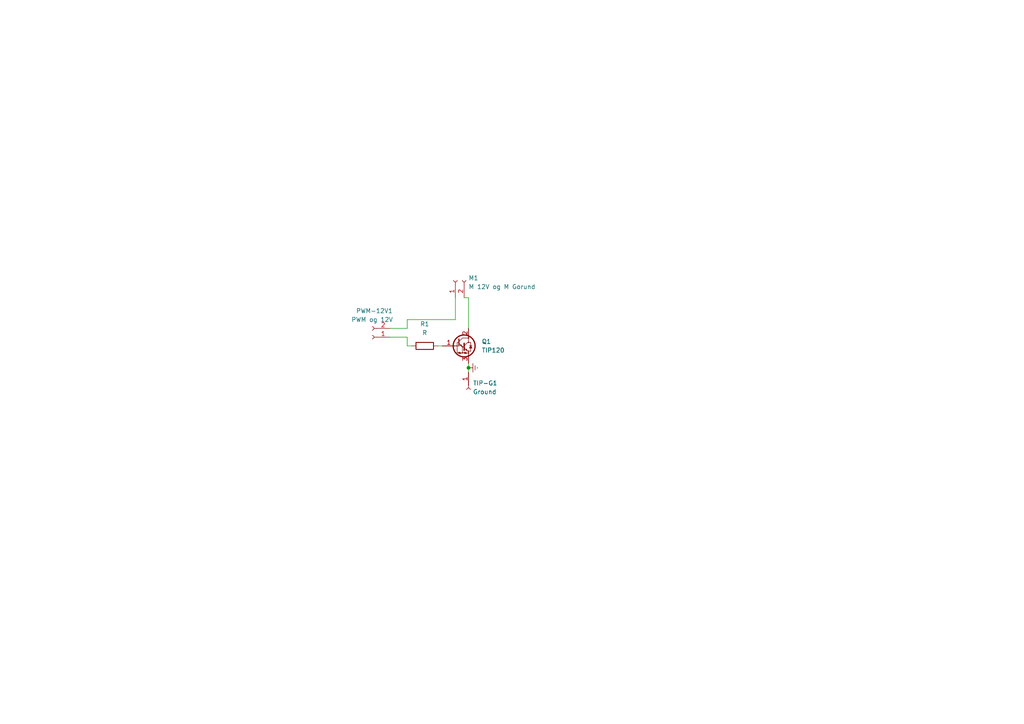
<source format=kicad_sch>
(kicad_sch (version 20211123) (generator eeschema)
  (paper "A4")
  (lib_symbols
    (symbol "Connector:Conn_01x01_Female" (pin_names (offset 1.016) hide)
      (property "Reference" "J" (at 0 2.54 0))
      (property "Value" "Conn_01x01_Female" (at 0 -2.54 0))
      (symbol "Conn_01x01_Female_1_1"
        (polyline (pts (xy -1.27 0) (xy -0.508 0)) (stroke (width 0.1524)))
        (arc (start 0 0.508) (mid -0.508 0) (end 0 -0.508) (stroke (width 0.1524)))
        (pin passive line (at -5.08 0 0) (length 3.81) (name "Pin_1") (number "1"))
      )
    )
    (symbol "Connector:Conn_01x02_Female" (pin_names (offset 1.016) hide)
      (property "Reference" "J" (at 0 2.54 0))
      (property "Value" "Conn_01x02_Female" (at 0 -5.08 0))
      (symbol "Conn_01x02_Female_1_1"
        (arc (start 0 -2.032) (mid -0.508 -2.54) (end 0 -3.048) (stroke (width 0.1524)))
        (polyline (pts (xy -1.27 -2.54) (xy -0.508 -2.54)) (stroke (width 0.1524)))
        (polyline (pts (xy -1.27 0) (xy -0.508 0)) (stroke (width 0.1524)))
        (arc (start 0 0.508) (mid -0.508 0) (end 0 -0.508) (stroke (width 0.1524)))
        (pin passive line (at -5.08 0 0) (length 3.81) (name "Pin_1") (number "1"))
        (pin passive line (at -5.08 -2.54 0) (length 3.81) (name "Pin_2") (number "2"))
      )
    )
    (symbol "Device:R" (pin_numbers hide) (pin_names (offset 0))
      (property "Reference" "R" (at 2.032 0 90))
      (property "Value" "R" (at 0 0 90))
      (symbol "R_0_1"
        (rectangle (start -1.016 -2.54) (end 1.016 2.54) (stroke (width 0.254)))
      )
      (symbol "R_1_1"
        (pin passive line (at 0 3.81 270) (length 1.27) (name "~") (number "1"))
        (pin passive line (at 0 -3.81 90) (length 1.27) (name "~") (number "2"))
      )
    )
    (symbol "Transistor_BJT:TIP120" (pin_names (offset 0) hide)
      (property "Reference" "Q" (at 5.08 1.905 0))
      (property "Value" "TIP120" (at 5.08 0 0))
      (symbol "TIP120_0_1"
        (circle (center -0.762 0) (radius 0.127))
        (polyline (pts (xy -1.27 0) (xy -0.889 0)))
        (polyline (pts (xy 2.54 -2.032) (xy 2.54 -2.54)))
        (polyline (pts (xy 2.54 -1.524) (xy 3.175 -1.524)))
        (polyline (pts (xy 2.794 0.127) (xy 3.556 0.127)))
        (polyline (pts (xy 3.175 -0.635) (xy 3.175 -1.524)))
        (polyline (pts (xy 3.175 1.016) (xy 2.54 1.016)))
        (polyline (pts (xy 3.175 1.016) (xy 3.175 0.127)))
        (polyline (pts (xy -0.254 0.762) (xy 0.762 -0.254) (xy 1.27 -0.254)))
        (polyline (pts (xy -0.254 1.016) (xy -0.762 1.016) (xy -0.762 -2.032)))
        (polyline (pts (xy -0.254 1.27) (xy 0.762 2.286) (xy 2.54 2.286)))
        (polyline (pts (xy -0.254 2.032) (xy -0.254 0) (xy -0.254 0)) (stroke (width 0.3048)))
        (polyline (pts (xy 1.27 0.762) (xy 1.27 -1.27) (xy 1.27 -1.27)) (stroke (width 0.381)))
        (polyline (pts (xy 0.635 -0.127) (xy 0.381 0.381) (xy 0.127 0.127) (xy 0.635 -0.127)))
        (polyline (pts (xy 1.27 -0.508) (xy 2.286 -1.524) (xy 2.54 -1.524) (xy 2.54 -2.032)))
        (polyline (pts (xy 1.27 0) (xy 2.286 1.016) (xy 2.54 1.016) (xy 2.54 2.286)))
        (polyline (pts (xy 2.159 -1.397) (xy 1.905 -0.889) (xy 1.651 -1.143) (xy 2.159 -1.397)))
        (polyline (pts (xy 3.175 0.127) (xy 2.794 -0.635) (xy 3.556 -0.635) (xy 3.175 0.127)) (fill (type outline)))
        (polyline (pts (xy 0.762 -2.032) (xy 0.381 -2.032) (xy 0.254 -2.286) (xy 0.127 -1.778) (xy 0 -2.286) (xy -0.127 -1.778) (xy -0.254 -2.286) (xy -0.381 -1.778) (xy -0.508 -2.032) (xy -0.762 -2.032)))
        (polyline (pts (xy 0.762 -0.254) (xy 0.762 -2.032) (xy 1.143 -2.032) (xy 1.27 -1.778) (xy 1.397 -2.286) (xy 1.524 -1.778) (xy 1.651 -2.286) (xy 1.778 -1.778) (xy 1.905 -2.286) (xy 2.032 -2.032) (xy 2.54 -2.032)))
        (circle (center 0.762 -2.032) (radius 0.127))
        (circle (center 0.762 -0.254) (radius 0.127))
        (circle (center 1.27 0) (radius 3.175) (stroke (width 0.3556)))
        (circle (center 2.54 -2.032) (radius 0.127))
        (circle (center 2.54 -1.524) (radius 0.127))
        (circle (center 2.54 1.016) (radius 0.127))
        (circle (center 2.54 2.286) (radius 0.127))
      )
      (symbol "TIP120_1_1"
        (pin input line (at -5.08 0 0) (length 3.81) (name "B") (number "1"))
        (pin passive line (at 2.54 5.08 270) (length 2.667) (name "C") (number "2"))
        (pin passive line (at 2.54 -5.08 90) (length 2.54) (name "E") (number "3"))
      )
    )
    (symbol "power:Earth" (power) (pin_names (offset 0))
      (symbol "Earth_0_1"
        (polyline (pts (xy -0.635 -1.905) (xy 0.635 -1.905)))
        (polyline (pts (xy -0.127 -2.54) (xy 0.127 -2.54)))
        (polyline (pts (xy 0 -1.27) (xy 0 0)))
        (polyline (pts (xy 1.27 -1.27) (xy -1.27 -1.27)))
      )
      (symbol "Earth_1_1"
        (pin power_in line (at 0 0 270) (length 0) hide (name "Earth") (number "1"))
      )
    )
  )
  (junction (at 135.89 106.68))
  (wire (pts (xy 135.89 105.41) (xy 135.89 106.68)))
  (wire (pts (xy 135.89 86.36) (xy 134.62 86.36)))
  (wire (pts (xy 118.11 95.25) (xy 118.11 92.71)))
  (wire (pts (xy 118.11 100.33) (xy 119.38 100.33)))
  (wire (pts (xy 113.03 97.79) (xy 118.11 97.79)))
  (wire (pts (xy 135.89 106.68) (xy 135.89 107.95)))
  (wire (pts (xy 118.11 97.79) (xy 118.11 100.33)))
  (wire (pts (xy 127 100.33) (xy 128.27 100.33)))
  (wire (pts (xy 118.11 92.71) (xy 132.08 92.71)))
  (wire (pts (xy 113.03 95.25) (xy 118.11 95.25)))
  (wire (pts (xy 135.89 86.36) (xy 135.89 95.25)))
  (wire (pts (xy 132.08 86.36) (xy 132.08 92.71)))
  (symbol (lib_id "power:Earth") (at 135.89 106.68 90) (unit 1)
    (property "Reference" "#PWR0101" (effects hide))
    (property "Value" "Earth" (effects hide))
  )
  (symbol (lib_id "Device:R") (at 123.19 100.33 90) (unit 1)
    (property "Reference" "R1" (at 123.19 93.98 90))
    (property "Value" "R" (at 123.19 96.52 90))
    (property "Footprint" "Resistor_THT:R_Axial_DIN0204_L3.6mm_D1.6mm_P7.62mm_Horizontal" (effects hide))
  )
  (symbol (lib_id "Connector:Conn_01x02_Female") (at 107.95 97.79 180) (unit 1)
    (property "Reference" "PWM-12V1" (at 108.585 90.17 0))
    (property "Value" "PWM og 12V" (at 107.95 92.71 0))
    (property "Footprint" "Connector_PinSocket_2.54mm:PinSocket_1x02_P2.54mm_Vertical" (effects hide))
  )
  (symbol (lib_id "Transistor_BJT:TIP120") (at 133.35 100.33 0) (unit 1)
    (property "Reference" "Q1" (at 139.7 99.0599 0) (effects (justify left)))
    (property "Value" "TIP120" (at 139.7 101.5999 0) (effects (justify left)))
    (property "Footprint" "Package_TO_SOT_THT:TO-220-3_Vertical" (effects hide))
    (property "Datasheet" "https://www.onsemi.com/pub/Collateral/TIP120-D.PDF" (effects hide))
  )
  (symbol (lib_id "Connector:Conn_01x01_Female") (at 135.89 113.03 270) (unit 1)
    (property "Reference" "TIP-G1" (at 137.16 111.1249 90) (effects (justify left)))
    (property "Value" "Ground" (at 137.16 113.6649 90) (effects (justify left)))
    (property "Footprint" "Connector_PinSocket_2.54mm:PinSocket_1x01_P2.54mm_Vertical" (effects hide))
  )
  (symbol (lib_id "Connector:Conn_01x02_Female") (at 132.08 81.28 90) (unit 1)
    (property "Reference" "M1" (at 135.89 80.6449 90) (effects (justify right)))
    (property "Value" "M 12V og M Gorund" (at 135.89 83.1849 90) (effects (justify right)))
    (property "Footprint" "Connector_PinSocket_2.54mm:PinSocket_1x02_P2.54mm_Vertical" (effects hide))
  )
)
</source>
